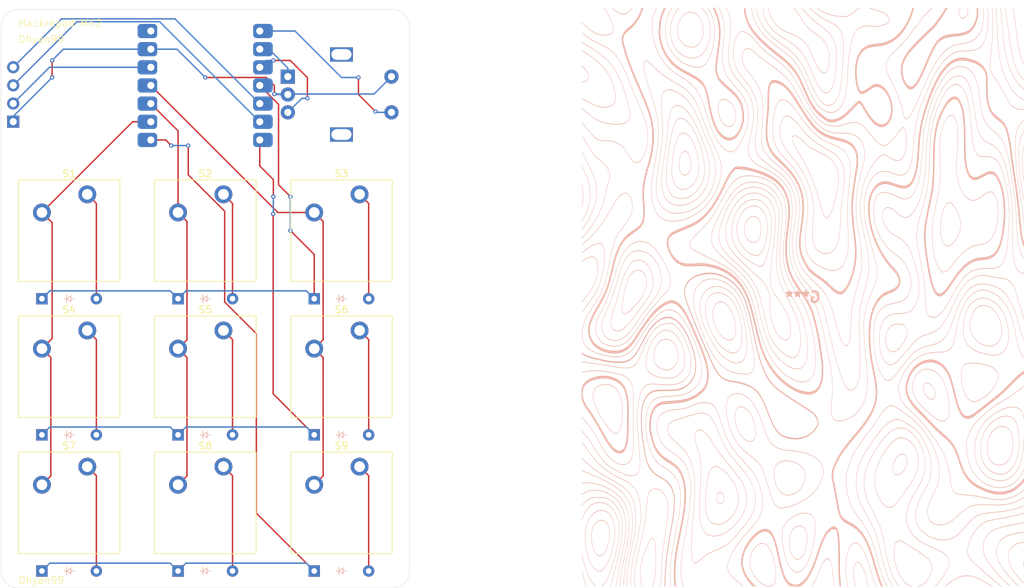
<source format=kicad_pcb>
(kicad_pcb (version 20240108) (generator "pcbnew") (generator_version "8.0")
  (layers (0 "F.Cu" signal) (31 "B.Cu" signal) (34 "B.Paste" user) (35 "F.Paste" user) (36 "B.SilkS" user "B.Silkscreen") (37 "F.SilkS" user "F.Silkscreen") (38 "B.Mask" user) (39 "F.Mask" user) (44 "Edge.Cuts" user))
  (net 0 "")
  (net 1 "Net-(D1-A)")
  (net 2 "Row 0")
  (net 3 "Net-(D2-A)")
  (net 4 "Net-(D3-A)")
  (net 5 "Net-(D5-A)")
  (net 6 "Row 1")
  (net 7 "Net-(D6-A)")
  (net 8 "Net-(D7-A)")
  (net 9 "Row 2")
  (net 10 "Net-(D9-A)")
  (net 11 "Net-(D10-A)")
  (net 12 "Net-(D11-A)")
  (net 13 "SCL")
  (net 14 "GND")
  (net 15 "+3V3R")
  (net 16 "SDA")
  (net 17 "Col 0")
  (net 18 "Col 1")
  (net 19 "Col 2")
  (net 20 "BTN")
  (net 21 "ROTATE-B")
  (net 22 "ROTATE-A")
  (footprint "ScottoKeebs_MX:MX_PCB_1.00u" (layer "F.Cu") (at 68.356 153.88235)
    (property "Reference" "S7" (at 0 -8 0) (layer "F.SilkS"))
    (property "Value" "Keyswitch")
    (pad "" np_thru_hole circle (at -5.08 0) (size 1.75 1.75) (drill 1.75) (layers "*.Cu" "*.Mask"))
    (pad "" np_thru_hole circle (at 0 0) (size 4 4) (drill 4) (layers "*.Cu" "*.Mask"))
    (pad "" np_thru_hole circle (at 5.08 0) (size 1.75 1.75) (drill 1.75) (layers "*.Cu" "*.Mask"))
    (pad "1" thru_hole circle (at -3.81 -2.54) (size 2.5 2.5) (drill 1.5) (layers "*.Cu" "*.Mask") (net 17 "Col 0"))
    (pad "2" thru_hole circle (at 2.54 -5.08) (size 2.5 2.5) (drill 1.5) (layers "*.Cu" "*.Mask") (net 10 "Net-(D9-A)"))
  )
  (footprint "ScottoKeebs_MX:MX_PCB_1.00u" (layer "F.Cu") (at 106.456 115.78235)
    (property "Reference" "S3" (at 0 -8 0) (layer "F.SilkS"))
    (property "Value" "Keyswitch")
    (pad "" np_thru_hole circle (at -5.08 0) (size 1.75 1.75) (drill 1.75) (layers "*.Cu" "*.Mask"))
    (pad "" np_thru_hole circle (at 0 0) (size 4 4) (drill 4) (layers "*.Cu" "*.Mask"))
    (pad "" np_thru_hole circle (at 5.08 0) (size 1.75 1.75) (drill 1.75) (layers "*.Cu" "*.Mask"))
    (pad "1" thru_hole circle (at -3.81 -2.54) (size 2.5 2.5) (drill 1.5) (layers "*.Cu" "*.Mask") (net 19 "Col 2"))
    (pad "2" thru_hole circle (at 2.54 -5.08) (size 2.5 2.5) (drill 1.5) (layers "*.Cu" "*.Mask") (net 4 "Net-(D3-A)"))
  )
  (footprint "ScottoKeebs_MX:MX_PCB_1.00u" (layer "F.Cu") (at 87.406 115.78235)
    (property "Reference" "S2" (at 0 -8 0) (layer "F.SilkS"))
    (property "Value" "Keyswitch")
    (pad "" np_thru_hole circle (at -5.08 0) (size 1.75 1.75) (drill 1.75) (layers "*.Cu" "*.Mask"))
    (pad "" np_thru_hole circle (at 0 0) (size 4 4) (drill 4) (layers "*.Cu" "*.Mask"))
    (pad "" np_thru_hole circle (at 5.08 0) (size 1.75 1.75) (drill 1.75) (layers "*.Cu" "*.Mask"))
    (pad "1" thru_hole circle (at -3.81 -2.54) (size 2.5 2.5) (drill 1.5) (layers "*.Cu" "*.Mask") (net 18 "Col 1"))
    (pad "2" thru_hole circle (at 2.54 -5.08) (size 2.5 2.5) (drill 1.5) (layers "*.Cu" "*.Mask") (net 3 "Net-(D2-A)"))
  )
  (footprint "ScottoKeebs_MX:MX_PCB_1.00u" (layer "F.Cu") (at 106.456 153.88235)
    (property "Reference" "S9" (at 0 -8 0) (layer "F.SilkS"))
    (property "Value" "Keyswitch")
    (pad "" np_thru_hole circle (at -5.08 0) (size 1.75 1.75) (drill 1.75) (layers "*.Cu" "*.Mask"))
    (pad "" np_thru_hole circle (at 0 0) (size 4 4) (drill 4) (layers "*.Cu" "*.Mask"))
    (pad "" np_thru_hole circle (at 5.08 0) (size 1.75 1.75) (drill 1.75) (layers "*.Cu" "*.Mask"))
    (pad "1" thru_hole circle (at -3.81 -2.54) (size 2.5 2.5) (drill 1.5) (layers "*.Cu" "*.Mask") (net 19 "Col 2"))
    (pad "2" thru_hole circle (at 2.54 -5.08) (size 2.5 2.5) (drill 1.5) (layers "*.Cu" "*.Mask") (net 12 "Net-(D11-A)"))
  )
  (footprint "ScottoKeebs_Components:OLED_128x32" (layer "F.Cu") (at 58.931 90.73235)
    (property "Reference" "J1" (hide yes))
    (property "Value" "OLED_128x32")
    (pad "1" thru_hole rect (at 1.6 9.8 180) (size 1.7 1.7) (drill 1) (layers "*.Cu" "*.Mask") (net 14 "GND"))
    (pad "2" thru_hole oval (at 1.6 7.26 180) (size 1.7 1.7) (drill 1) (layers "*.Cu" "*.Mask") (net 15 "+3V3R"))
    (pad "3" thru_hole oval (at 1.6 4.72 180) (size 1.7 1.7) (drill 1) (layers "*.Cu" "*.Mask") (net 13 "SCL"))
    (pad "4" thru_hole oval (at 1.6 2.18 180) (size 1.7 1.7) (drill 1) (layers "*.Cu" "*.Mask") (net 16 "SDA"))
  )
  (footprint "ScottoKeebs_MX:MX_PCB_1.00u" (layer "F.Cu") (at 87.406 153.88235)
    (property "Reference" "S8" (at 0 -8 0) (layer "F.SilkS"))
    (property "Value" "Keyswitch")
    (pad "" np_thru_hole circle (at -5.08 0) (size 1.75 1.75) (drill 1.75) (layers "*.Cu" "*.Mask"))
    (pad "" np_thru_hole circle (at 0 0) (size 4 4) (drill 4) (layers "*.Cu" "*.Mask"))
    (pad "" np_thru_hole circle (at 5.08 0) (size 1.75 1.75) (drill 1.75) (layers "*.Cu" "*.Mask"))
    (pad "1" thru_hole circle (at -3.81 -2.54) (size 2.5 2.5) (drill 1.5) (layers "*.Cu" "*.Mask") (net 18 "Col 1"))
    (pad "2" thru_hole circle (at 2.54 -5.08) (size 2.5 2.5) (drill 1.5) (layers "*.Cu" "*.Mask") (net 11 "Net-(D10-A)"))
  )
  (footprint "ScottoKeebs_Scotto:Encoder_EC11_MX" (layer "F.Cu") (at 106.456 96.73235)
    (property "Reference" "SW1" (hide yes))
    (property "Value" "RotaryEncoder_Switch" (hide yes))
    (pad "A" thru_hole rect (at -7.5 -2.5) (size 2 2) (drill 1) (layers "*.Cu" "*.Mask") (net 22 "ROTATE-A"))
    (pad "B" thru_hole circle (at -7.5 2.5) (size 2 2) (drill 1) (layers "*.Cu" "*.Mask") (net 21 "ROTATE-B"))
    (pad "C" thru_hole circle (at -7.5 0) (size 2 2) (drill 1) (layers "*.Cu" "*.Mask") (net 14 "GND"))
    (pad "MP" thru_hole rect (at 0 -5.6) (size 3.2 2) (drill oval 2.8 1.5) (layers "*.Cu" "*.Mask"))
    (pad "MP" thru_hole rect (at 0 5.6) (size 3.2 2) (drill oval 2.8 1.5) (layers "*.Cu" "*.Mask"))
    (pad "S1" thru_hole circle (at 7 2.5) (size 2 2) (drill 1) (layers "*.Cu" "*.Mask") (net 20 "BTN"))
    (pad "S2" thru_hole circle (at 7 -2.5) (size 2 2) (drill 1) (layers "*.Cu" "*.Mask") (net 14 "GND"))
  )
  (footprint "ScottoKeebs_MX:MX_PCB_1.00u" (layer "F.Cu") (at 68.356 115.78235)
    (property "Reference" "S1" (at 0 -8 0) (layer "F.SilkS"))
    (property "Value" "Keyswitch")
    (pad "" np_thru_hole circle (at -5.08 0) (size 1.75 1.75) (drill 1.75) (layers "*.Cu" "*.Mask"))
    (pad "" np_thru_hole circle (at 0 0) (size 4 4) (drill 4) (layers "*.Cu" "*.Mask"))
    (pad "" np_thru_hole circle (at 5.08 0) (size 1.75 1.75) (drill 1.75) (layers "*.Cu" "*.Mask"))
    (pad "1" thru_hole circle (at -3.81 -2.54) (size 2.5 2.5) (drill 1.5) (layers "*.Cu" "*.Mask") (net 17 "Col 0"))
    (pad "2" thru_hole circle (at 2.54 -5.08) (size 2.5 2.5) (drill 1.5) (layers "*.Cu" "*.Mask") (net 1 "Net-(D1-A)"))
  )
  (footprint "ScottoKeebs_MX:MX_PCB_1.00u" (layer "F.Cu") (at 106.456 134.83235)
    (property "Reference" "S6" (at 0 -8 0) (layer "F.SilkS"))
    (property "Value" "Keyswitch")
    (pad "" np_thru_hole circle (at -5.08 0) (size 1.75 1.75) (drill 1.75) (layers "*.Cu" "*.Mask"))
    (pad "" np_thru_hole circle (at 0 0) (size 4 4) (drill 4) (layers "*.Cu" "*.Mask"))
    (pad "" np_thru_hole circle (at 5.08 0) (size 1.75 1.75) (drill 1.75) (layers "*.Cu" "*.Mask"))
    (pad "1" thru_hole circle (at -3.81 -2.54) (size 2.5 2.5) (drill 1.5) (layers "*.Cu" "*.Mask") (net 19 "Col 2"))
    (pad "2" thru_hole circle (at 2.54 -5.08) (size 2.5 2.5) (drill 1.5) (layers "*.Cu" "*.Mask") (net 8 "Net-(D7-A)"))
  )
  (footprint "ScottoKeebs_MX:MX_PCB_1.00u" (layer "F.Cu") (at 87.406 134.83235)
    (property "Reference" "S5" (at 0 -8 0) (layer "F.SilkS"))
    (property "Value" "Keyswitch")
    (pad "" np_thru_hole circle (at -5.08 0) (size 1.75 1.75) (drill 1.75) (layers "*.Cu" "*.Mask"))
    (pad "" np_thru_hole circle (at 0 0) (size 4 4) (drill 4) (layers "*.Cu" "*.Mask"))
    (pad "" np_thru_hole circle (at 5.08 0) (size 1.75 1.75) (drill 1.75) (layers "*.Cu" "*.Mask"))
    (pad "1" thru_hole circle (at -3.81 -2.54) (size 2.5 2.5) (drill 1.5) (layers "*.Cu" "*.Mask") (net 18 "Col 1"))
    (pad "2" thru_hole circle (at 2.54 -5.08) (size 2.5 2.5) (drill 1.5) (layers "*.Cu" "*.Mask") (net 7 "Net-(D6-A)"))
  )
  (footprint "ScottoKeebs_MX:MX_PCB_1.00u" (layer "F.Cu") (at 68.356 134.83235)
    (property "Reference" "S4" (at 0 -8 0) (layer "F.SilkS"))
    (property "Value" "Keyswitch")
    (pad "" np_thru_hole circle (at -5.08 0) (size 1.75 1.75) (drill 1.75) (layers "*.Cu" "*.Mask"))
    (pad "" np_thru_hole circle (at 0 0) (size 4 4) (drill 4) (layers "*.Cu" "*.Mask"))
    (pad "" np_thru_hole circle (at 5.08 0) (size 1.75 1.75) (drill 1.75) (layers "*.Cu" "*.Mask"))
    (pad "1" thru_hole circle (at -3.81 -2.54) (size 2.5 2.5) (drill 1.5) (layers "*.Cu" "*.Mask") (net 17 "Col 0"))
    (pad "2" thru_hole circle (at 2.54 -5.08) (size 2.5 2.5) (drill 1.5) (layers "*.Cu" "*.Mask") (net 5 "Net-(D5-A)"))
  )
  (footprint "LOGO" (layer "B.Cu") (at 171.0228 125.08915 180)
    (property "Reference" "G***" (at 0 0 0) (layer "B.SilkS") (effects (font (size 1.5 1.5) (thickness 0.3)) (justify mirror)))
    (property "Value" "LOGO" (hide yes))
  )
  (footprint "ScottoKeebs_Components:Diode_DO-35" (layer "B.Cu") (at 83.596 144.35735)
    (property "Reference" "D6" (hide yes))
    (property "Value" "Diode" (hide yes))
    (pad "1" thru_hole rect (at 0 0) (size 1.6 1.6) (drill 0.8) (layers "*.Cu" "*.Mask") (net 6 "Row 1"))
    (pad "2" thru_hole oval (at 7.62 0) (size 1.6 1.6) (drill 0.8) (layers "*.Cu" "*.Mask") (net 7 "Net-(D6-A)"))
  )
  (footprint "ScottoKeebs_Components:Diode_DO-35" (layer "B.Cu") (at 64.546 125.30735)
    (property "Reference" "D1" (hide yes))
    (property "Value" "Diode" (hide yes))
    (pad "1" thru_hole rect (at 0 0) (size 1.6 1.6) (drill 0.8) (layers "*.Cu" "*.Mask") (net 2 "Row 0"))
    (pad "2" thru_hole oval (at 7.62 0) (size 1.6 1.6) (drill 0.8) (layers "*.Cu" "*.Mask") (net 1 "Net-(D1-A)"))
  )
  (footprint "ScottoKeebs_MCU:Seeed_XIAO_RP2040" (layer "B.Cu") (at 87.406 95.46985 180)
    (property "Reference" "U1" (hide yes))
    (property "Value" "MCU_Seeed_XIAO_RP2040")
    (pad "1" smd roundrect (at -8.065 7.62 180) (size 2.75 2) (layers "B.Cu" "B.Paste" "B.Mask") (net 20 "BTN"))
    (pad "1" thru_hole rect (at -7.62 7.62 90) (size 1.6 1.6) (drill 1) (layers "*.Cu" "*.Mask") (net 20 "BTN"))
    (pad "2" smd roundrect (at -8.065 5.08 180) (size 2.75 2) (layers "B.Cu" "B.Paste" "B.Mask") (net 22 "ROTATE-A"))
    (pad "2" thru_hole circle (at -7.62 5.08 90) (size 1.6 1.6) (drill 1) (layers "*.Cu" "*.Mask") (net 22 "ROTATE-A"))
    (pad "3" smd roundrect (at -8.065 2.54 180) (size 2.75 2) (layers "B.Cu" "B.Paste" "B.Mask") (net 21 "ROTATE-B"))
    (pad "3" thru_hole circle (at -7.62 2.54 90) (size 1.6 1.6) (drill 1) (layers "*.Cu" "*.Mask") (net 21 "ROTATE-B"))
    (pad "4" smd roundrect (at -8.065 0 180) (size 2.75 2) (layers "B.Cu" "B.Paste" "B.Mask") (net 2 "Row 0"))
    (pad "4" thru_hole circle (at -7.62 0 90) (size 1.6 1.6) (drill 1) (layers "*.Cu" "*.Mask") (net 2 "Row 0"))
    (pad "5" smd roundrect (at -8.065 -2.54 180) (size 2.75 2) (layers "B.Cu" "B.Paste" "B.Mask") (net 16 "SDA"))
    (pad "5" thru_hole circle (at -7.62 -2.54 90) (size 1.6 1.6) (drill 1) (layers "*.Cu" "*.Mask") (net 16 "SDA"))
    (pad "6" smd roundrect (at -8.065 -5.08 180) (size 2.75 2) (layers "B.Cu" "B.Paste" "B.Mask") (net 13 "SCL"))
    (pad "6" thru_hole circle (at -7.62 -5.08 90) (size 1.6 1.6) (drill 1) (layers "*.Cu" "*.Mask") (net 13 "SCL"))
    (pad "7" smd roundrect (at -8.065 -7.62 180) (size 2.75 2) (layers "B.Cu" "B.Paste" "B.Mask") (net 6 "Row 1"))
    (pad "7" thru_hole circle (at -7.62 -7.62 90) (size 1.6 1.6) (drill 1) (layers "*.Cu" "*.Mask") (net 6 "Row 1"))
    (pad "8" thru_hole circle (at 7.62 -7.62 90) (size 1.6 1.6) (drill 1) (layers "*.Cu" "*.Mask") (net 9 "Row 2"))
    (pad "8" smd roundrect (at 8.1 -7.62 180) (size 2.75 2) (layers "B.Cu" "B.Paste" "B.Mask") (net 9 "Row 2"))
    (pad "9" thru_hole circle (at 7.62 -5.08 90) (size 1.6 1.6) (drill 1) (layers "*.Cu" "*.Mask") (net 17 "Col 0"))
    (pad "9" smd roundrect (at 8.1 -5.08 180) (size 2.75 2) (layers "B.Cu" "B.Paste" "B.Mask") (net 17 "Col 0"))
    (pad "10" thru_hole circle (at 7.62 -2.54 90) (size 1.6 1.6) (drill 1) (layers "*.Cu" "*.Mask") (net 18 "Col 1"))
    (pad "10" smd roundrect (at 8.1 -2.54 180) (size 2.75 2) (layers "B.Cu" "B.Paste" "B.Mask") (net 18 "Col 1"))
    (pad "11" thru_hole circle (at 7.62 0 90) (size 1.6 1.6) (drill 1) (layers "*.Cu" "*.Mask") (net 19 "Col 2"))
    (pad "11" smd roundrect (at 8.1 0 180) (size 2.75 2) (layers "B.Cu" "B.Paste" "B.Mask") (net 19 "Col 2"))
    (pad "12" thru_hole circle (at 7.62 2.54 90) (size 1.6 1.6) (drill 1) (layers "*.Cu" "*.Mask") (net 15 "+3V3R"))
    (pad "12" smd roundrect (at 8.1 2.54 180) (size 2.75 2) (layers "B.Cu" "B.Paste" "B.Mask") (net 15 "+3V3R"))
    (pad "13" thru_hole circle (at 7.62 5.08 90) (size 1.6 1.6) (drill 1) (layers "*.Cu" "*.Mask") (net 14 "GND"))
    (pad "13" smd roundrect (at 8.1 5.08 180) (size 2.75 2) (layers "B.Cu" "B.Paste" "B.Mask") (net 14 "GND"))
    (pad "14" thru_hole circle (at 7.62 7.62 90) (size 1.6 1.6) (drill 1) (layers "*.Cu" "*.Mask"))
    (pad "14" smd roundrect (at 8.1 7.62 180) (size 2.75 2) (layers "B.Cu" "B.Paste" "B.Mask"))
  )
  (footprint "ScottoKeebs_Components:Diode_DO-35" (layer "B.Cu") (at 102.646 144.35735)
    (property "Reference" "D7" (hide yes))
    (property "Value" "Diode" (hide yes))
    (pad "1" thru_hole rect (at 0 0) (size 1.6 1.6) (drill 0.8) (layers "*.Cu" "*.Mask") (net 6 "Row 1"))
    (pad "2" thru_hole oval (at 7.62 0) (size 1.6 1.6) (drill 0.8) (layers "*.Cu" "*.Mask") (net 8 "Net-(D7-A)"))
  )
  (footprint "ScottoKeebs_Components:Diode_DO-35" (layer "B.Cu") (at 64.546 144.35735)
    (property "Reference" "D5" (hide yes))
    (property "Value" "Diode" (hide yes))
    (pad "1" thru_hole rect (at 0 0) (size 1.6 1.6) (drill 0.8) (layers "*.Cu" "*.Mask") (net 6 "Row 1"))
    (pad "2" thru_hole oval (at 7.62 0) (size 1.6 1.6) (drill 0.8) (layers "*.Cu" "*.Mask") (net 5 "Net-(D5-A)"))
  )
  (footprint "ScottoKeebs_Components:Diode_DO-35" (layer "B.Cu") (at 64.546 163.40735)
    (property "Reference" "D9" (hide yes))
    (property "Value" "Diode" (hide yes))
    (pad "1" thru_hole rect (at 0 0) (size 1.6 1.6) (drill 0.8) (layers "*.Cu" "*.Mask") (net 9 "Row 2"))
    (pad "2" thru_hole oval (at 7.62 0) (size 1.6 1.6) (drill 0.8) (layers "*.Cu" "*.Mask") (net 10 "Net-(D9-A)"))
  )
  (footprint "ScottoKeebs_Components:Diode_DO-35" (layer "B.Cu") (at 102.646 163.40735)
    (property "Reference" "D11" (hide yes))
    (property "Value" "Diode" (hide yes))
    (pad "1" thru_hole rect (at 0 0) (size 1.6 1.6) (drill 0.8) (layers "*.Cu" "*.Mask") (net 9 "Row 2"))
    (pad "2" thru_hole oval (at 7.62 0) (size 1.6 1.6) (drill 0.8) (layers "*.Cu" "*.Mask") (net 12 "Net-(D11-A)"))
  )
  (footprint "ScottoKeebs_Components:Diode_DO-35" (layer "B.Cu") (at 83.596 125.30735)
    (property "Reference" "D2" (hide yes))
    (property "Value" "Diode" (hide yes))
    (pad "1" thru_hole rect (at 0 0) (size 1.6 1.6) (drill 0.8) (layers "*.Cu" "*.Mask") (net 2 "Row 0"))
    (pad "2" thru_hole oval (at 7.62 0) (size 1.6 1.6) (drill 0.8) (layers "*.Cu" "*.Mask") (net 3 "Net-(D2-A)"))
  )
  (footprint "ScottoKeebs_Components:Diode_DO-35" (layer "B.Cu") (at 102.646 125.30735)
    (property "Reference" "D3" (hide yes))
    (property "Value" "Diode" (hide yes))
    (pad "1" thru_hole rect (at 0 0) (size 1.6 1.6) (drill 0.8) (layers "*.Cu" "*.Mask") (net 2 "Row 0"))
    (pad "2" thru_hole oval (at 7.62 0) (size 1.6 1.6) (drill 0.8) (layers "*.Cu" "*.Mask") (net 4 "Net-(D3-A)"))
  )
  (footprint "ScottoKeebs_Components:Diode_DO-35" (layer "B.Cu") (at 83.596 163.40735)
    (property "Reference" "D10" (hide yes))
    (property "Value" "Diode" (hide yes))
    (pad "1" thru_hole rect (at 0 0) (size 1.6 1.6) (drill 0.8) (layers "*.Cu" "*.Mask") (net 9 "Row 2"))
    (pad "2" thru_hole oval (at 7.62 0) (size 1.6 1.6) (drill 0.8) (layers "*.Cu" "*.Mask") (net 11 "Net-(D10-A)"))
  )
  (gr_line (start 61.21225 84.8261) (end 113.59975 84.8261) (stroke (width 0.05)) (layer "Edge.Cuts"))
  (gr_arc (start 61.21225 165.7886) (mid 59.528452 165.091148) (end 58.831 163.40735) (stroke (width 0.05)) (layer "Edge.Cuts"))
  (gr_arc (start 58.831 87.20735) (mid 59.528452 85.523552) (end 61.21225 84.8261) (stroke (width 0.05)) (layer "Edge.Cuts"))
  (gr_arc (start 115.981 163.40735) (mid 115.283548 165.091148) (end 113.59975 165.7886) (stroke (width 0.05)) (layer "Edge.Cuts"))
  (gr_line (start 113.59975 165.7886) (end 61.21225 165.7886) (stroke (width 0.05)) (layer "Edge.Cuts"))
  (gr_line (start 115.981 87.20735) (end 115.981 163.40735) (stroke (width 0.05)) (layer "Edge.Cuts"))
  (gr_arc (start 113.59975 84.8261) (mid 115.283548 85.523552) (end 115.981 87.20735) (stroke (width 0.05)) (layer "Edge.Cuts"))
  (gr_line (start 58.831 163.40735) (end 58.831 87.20735) (stroke (width 0.05)) (layer "Edge.Cuts"))
  (gr_text "Dhyan99" (at 61.21225 89.5886 0) (layer "F.SilkS") (effects (font (size 1 1) (thickness 0.1)) (justify left bottom)))
  (gr_text "Dhyan99" (at 61.21225 165.28235 0) (layer "F.SilkS") (effects (font (size 1 1) (thickness 0.1)) (justify left bottom)))
  (gr_text "Hackropad MK2" (at 61.21225 87.3511 0) (layer "F.SilkS") (effects (font (size 1 1) (thickness 0.1)) (justify left bottom)))
  (segment (start 72.166 111.97235) (end 70.896 110.70235) (width 0.2) (layer "F.Cu") (net 1))
  (segment (start 72.166 125.30735) (end 72.166 111.97235) (width 0.2) (layer "F.Cu") (net 1))
  (segment (start 97.656 109.3636) (end 97.656 98.09985) (width 0.2) (layer "F.Cu") (net 2))
  (segment (start 97.656 98.09985) (end 95.026 95.46985) (width 0.2) (layer "F.Cu") (net 2))
  (segment (start 99.31225 111.01985) (end 97.656 109.3636) (width 0.2) (layer "F.Cu") (net 2))
  (segment (start 102.646 119.1161) (end 99.31225 115.78235) (width 0.2) (layer "F.Cu") (net 2))
  (segment (start 102.646 125.30735) (end 102.646 119.1161) (width 0.2) (layer "F.Cu") (net 2))
  (via (at 99.31225 115.78235) (size 0.6) (drill 0.3) (layers "F.Cu" "B.Cu") (net 2))
  (via (at 99.31225 111.01985) (size 0.6) (drill 0.3) (layers "F.Cu" "B.Cu") (net 2))
  (segment (start 64.546 125.30735) (end 65.646 124.20735) (width 0.2) (layer "B.Cu") (net 2))
  (segment (start 99.31225 115.78235) (end 99.31225 111.01985) (width 0.2) (layer "B.Cu") (net 2))
  (segment (start 101.546 124.20735) (end 102.646 125.30735) (width 0.2) (layer "B.Cu") (net 2))
  (segment (start 82.496 124.20735) (end 83.596 125.30735) (width 0.2) (layer "B.Cu") (net 2))
  (segment (start 65.646 124.20735) (end 82.496 124.20735) (width 0.2) (layer "B.Cu") (net 2))
  (segment (start 84.696 124.20735) (end 101.546 124.20735) (width 0.2) (layer "B.Cu") (net 2))
  (segment (start 83.596 125.30735) (end 84.696 124.20735) (width 0.2) (layer "B.Cu") (net 2))
  (segment (start 91.216 125.30735) (end 91.216 111.97235) (width 0.2) (layer "F.Cu") (net 3))
  (segment (start 91.216 111.97235) (end 89.946 110.70235) (width 0.2) (layer "F.Cu") (net 3))
  (segment (start 110.266 111.97235) (end 108.996 110.70235) (width 0.2) (layer "F.Cu") (net 4))
  (segment (start 110.266 125.30735) (end 110.266 111.97235) (width 0.2) (layer "F.Cu") (net 4))
  (segment (start 72.166 131.02235) (end 70.896 129.75235) (width 0.2) (layer "F.Cu") (net 5))
  (segment (start 72.166 144.35735) (end 72.166 131.02235) (width 0.2) (layer "F.Cu") (net 5))
  (segment (start 96.89986 138.61121) (end 96.89986 113.43224) (width 0.2) (layer "F.Cu") (net 6))
  (segment (start 96.931 108.6386) (end 95.026 106.7336) (width 0.2) (layer "F.Cu") (net 6))
  (segment (start 95.026 106.7336) (end 95.026 103.08985) (width 0.2) (layer "F.Cu") (net 6))
  (segment (start 102.646 144.35735) (end 96.89986 138.61121) (width 0.2) (layer "F.Cu") (net 6))
  (segment (start 96.931 111.01985) (end 96.931 108.6386) (width 0.2) (layer "F.Cu") (net 6))
  (via (at 96.89986 113.43224) (size 0.6) (drill 0.3) (layers "F.Cu" "B.Cu") (net 6))
  (via (at 96.931 111.01985) (size 0.6) (drill 0.3) (layers "F.Cu" "B.Cu") (net 6))
  (segment (start 96.89986 113.43224) (end 96.931 113.4011) (width 0.2) (layer "B.Cu") (net 6))
  (segment (start 83.596 144.35735) (end 84.696 143.25735) (width 0.2) (layer "B.Cu") (net 6))
  (segment (start 84.696 143.25735) (end 101.546 143.25735) (width 0.2) (layer "B.Cu") (net 6))
  (segment (start 64.546 144.35735) (end 65.646 143.25735) (width 0.2) (layer "B.Cu") (net 6))
  (segment (start 82.496 143.25735) (end 83.596 144.35735) (width 0.2) (layer "B.Cu") (net 6))
  (segment (start 101.546 143.25735) (end 102.646 144.35735) (width 0.2) (layer "B.Cu") (net 6))
  (segment (start 96.931 113.4011) (end 96.931 111.01985) (width 0.2) (layer "B.Cu") (net 6))
  (segment (start 65.646 143.25735) (end 82.496 143.25735) (width 0.2) (layer "B.Cu") (net 6))
  (segment (start 91.216 131.02235) (end 89.946 129.75235) (width 0.2) (layer "F.Cu") (net 7))
  (segment (start 91.216 144.35735) (end 91.216 131.02235) (width 0.2) (layer "F.Cu") (net 7))
  (segment (start 110.266 144.35735) (end 110.266 131.02235) (width 0.2) (layer "F.Cu") (net 8))
  (segment (start 110.266 131.02235) (end 108.996 129.75235) (width 0.2) (layer "F.Cu") (net 8))
  (segment (start 94.54975 130.196735) (end 90.116 125.762985) (width 0.2) (layer "F.Cu") (net 9))
  (segment (start 81.85725 103.08985) (end 79.786 103.08985) (width 0.2) (layer "F.Cu") (net 9))
  (segment (start 94.54975 155.3111) (end 94.54975 130.196735) (width 0.2) (layer "F.Cu") (net 9))
  (segment (start 102.646 163.40735) (end 94.54975 155.3111) (width 0.2) (layer "F.Cu") (net 9))
  (segment (start 82.6435 103.8761) (end 81.85725 103.08985) (width 0.2) (layer "F.Cu") (net 9))
  (segment (start 85.02475 107.973132) (end 85.02475 103.8761) (width 0.2) (layer "F.Cu") (net 9))
  (segment (start 90.116 125.762985) (end 90.116 113.064382) (width 0.2) (layer "F.Cu") (net 9))
  (segment (start 90.116 113.064382) (end 85.02475 107.973132) (width 0.2) (layer "F.Cu") (net 9))
  (via (at 82.6435 103.8761) (size 0.6) (drill 0.3) (layers "F.Cu" "B.Cu") (net 9))
  (via (at 85.02475 103.8761) (size 0.6) (drill 0.3) (layers "F.Cu" "B.Cu") (net 9))
  (segment (start 83.596 163.40735) (end 84.696 162.30735) (width 0.2) (layer "B.Cu") (net 9))
  (segment (start 64.546 163.40735) (end 65.646 162.30735) (width 0.2) (layer "B.Cu") (net 9))
  (segment (start 101.546 162.30735) (end 102.646 163.40735) (width 0.2) (layer "B.Cu") (net 9))
  (segment (start 82.496 162.30735) (end 83.596 163.40735) (width 0.2) (layer "B.Cu") (net 9))
  (segment (start 85.02475 103.8761) (end 82.6435 103.8761) (width 0.2) (layer "B.Cu") (net 9))
  (segment (start 84.696 162.30735) (end 101.546 162.30735) (width 0.2) (layer "B.Cu") (net 9))
  (segment (start 65.646 162.30735) (end 82.496 162.30735) (width 0.2) (layer "B.Cu") (net 9))
  (segment (start 72.166 163.40735) (end 72.166 150.07235) (width 0.2) (layer "F.Cu") (net 10))
  (segment (start 72.166 150.07235) (end 70.896 148.80235) (width 0.2) (layer "F.Cu") (net 10))
  (segment (start 91.216 163.40735) (end 91.216 150.07235) (width 0.2) (layer "F.Cu") (net 11))
  (segment (start 91.216 150.07235) (end 89.946 148.80235) (width 0.2) (layer "F.Cu") (net 11))
  (segment (start 110.266 163.40735) (end 110.266 150.07235) (width 0.2) (layer "F.Cu") (net 12))
  (segment (start 110.266 150.07235) (end 108.996 148.80235) (width 0.2) (layer "F.Cu") (net 12))
  (segment (start 69.4335 86.54985) (end 81.026 86.54985) (width 0.2) (layer "B.Cu") (net 13))
  (segment (start 81.026 86.54985) (end 95.026 100.54985) (width 0.2) (layer "B.Cu") (net 13))
  (segment (start 60.531 95.45235) (end 69.4335 86.54985) (width 0.2) (layer "B.Cu") (net 13))
  (segment (start 97.070932 96.665809) (end 97.070932 95.508804) (width 0.2) (layer "F.Cu") (net 14))
  (segment (start 95.913228 94.3511) (end 87.406 94.3511) (width 0.2) (layer "F.Cu") (net 14))
  (segment (start 65.97475 94.3511) (end 65.97475 91.96985) (width 0.2) (layer "F.Cu") (net 14))
  (segment (start 97.070932 95.508804) (end 95.913228 94.3511) (width 0.2) (layer "F.Cu") (net 14))
  (via (at 65.97475 91.96985) (size 0.6) (drill 0.3) (layers "F.Cu" "B.Cu") (net 14))
  (via (at 97.070932 96.665809) (size 0.6) (drill 0.3) (layers "F.Cu" "B.Cu") (net 14))
  (via (at 97.070932 96.665809) (size 0.6) (drill 0.3) (layers "F.Cu" "B.Cu") (net 14))
  (via (at 65.97475 94.3511) (size 0.6) (drill 0.3) (layers "F.Cu" "B.Cu") (net 14))
  (via (at 87.406 94.3511) (size 0.6) (drill 0.3) (layers "F.Cu" "B.Cu") (net 14))
  (segment (start 111.022541 96.665809) (end 97.070932 96.665809) (width 0.2) (layer "B.Cu") (net 14))
  (segment (start 98.956 96.73235) (end 97.137473 96.73235) (width 0.2) (layer "B.Cu") (net 14))
  (segment (start 83.44475 90.38985) (end 79.786 90.38985) (width 0.2) (layer "B.Cu") (net 14))
  (segment (start 113.456 94.23235) (end 111.022541 96.665809) (width 0.2) (layer "B.Cu") (net 14))
  (segment (start 87.406 94.3511) (end 83.44475 90.38985) (width 0.2) (layer "B.Cu") (net 14))
  (segment (start 60.531 100.53235) (end 60.531 99.79485) (width 0.2) (layer "B.Cu") (net 14))
  (segment (start 97.137473 96.73235) (end 97.070932 96.665809) (width 0.2) (layer "B.Cu") (net 14))
  (segment (start 60.531 99.79485) (end 65.97475 94.3511) (width 0.2) (layer "B.Cu") (net 14))
  (segment (start 67.55475 90.38985) (end 79.786 90.38985) (width 0.2) (layer "B.Cu") (net 14))
  (segment (start 65.97475 91.96985) (end 67.55475 90.38985) (width 0.2) (layer "B.Cu") (net 14))
  (segment (start 60.531 97.99235) (end 65.5935 92.92985) (width 0.2) (layer "B.Cu") (net 15))
  (segment (start 65.5935 92.92985) (end 79.786 92.92985) (width 0.2) (layer "B.Cu") (net 15))
  (segment (start 67.2935 86.14985) (end 83.166 86.14985) (width 0.2) (layer "B.Cu") (net 16))
  (segment (start 60.531 92.91235) (end 67.2935 86.14985) (width 0.2) (layer "B.Cu") (net 16))
  (segment (start 83.166 86.14985) (end 95.026 98.00985) (width 0.2) (layer "B.Cu") (net 16))
  (segment (start 64.546 113.24235) (end 65.97475 114.6711) (width 0.2) (layer "F.Cu") (net 17))
  (segment (start 64.546 132.29235) (end 65.795999 133.542349) (width 0.2) (layer "F.Cu") (net 17))
  (segment (start 64.546 113.24235) (end 77.2385 100.54985) (width 0.2) (layer "F.Cu") (net 17))
  (segment (start 65.97475 130.8636) (end 64.546 132.29235) (width 0.2) (layer "F.Cu") (net 17))
  (segment (start 77.2385 100.54985) (end 79.786 100.54985) (width 0.2) (layer "F.Cu") (net 17))
  (segment (start 65.795999 133.542349) (end 65.795999 150.092351) (width 0.2) (layer "F.Cu") (net 17))
  (segment (start 65.795999 150.092351) (end 64.546 151.34235) (width 0.2) (layer "F.Cu") (net 17))
  (segment (start 65.97475 114.6711) (end 65.97475 130.8636) (width 0.2) (layer "F.Cu") (net 17))
  (segment (start 84.845999 131.042351) (end 83.596 132.29235) (width 0.2) (layer "F.Cu") (net 18))
  (segment (start 83.596 113.24235) (end 84.845999 114.492349) (width 0.2) (layer "F.Cu") (net 18))
  (segment (start 84.845999 150.092351) (end 83.596 151.34235) (width 0.2) (layer "F.Cu") (net 18))
  (segment (start 84.845999 133.542349) (end 84.845999 150.092351) (width 0.2) (layer "F.Cu") (net 18))
  (segment (start 83.596 132.29235) (end 84.845999 133.542349) (width 0.2) (layer "F.Cu") (net 18))
  (segment (start 84.845999 114.492349) (end 84.845999 131.042351) (width 0.2) (layer "F.Cu") (net 18))
  (segment (start 83.596 101.81985) (end 79.786 98.00985) (width 0.2) (layer "F.Cu") (net 18))
  (segment (start 83.596 113.24235) (end 83.596 101.81985) (width 0.2) (layer "F.Cu") (net 18))
  (segment (start 102.646 132.29235) (end 103.895999 133.542349) (width 0.2) (layer "F.Cu") (net 19))
  (segment (start 102.646 113.24235) (end 103.895999 114.492349) (width 0.2) (layer "F.Cu") (net 19))
  (segment (start 103.895999 133.542349) (end 103.895999 150.092351) (width 0.2) (layer "F.Cu") (net 19))
  (segment (start 103.895999 114.492349) (end 103.895999 131.042351) (width 0.2) (layer "F.Cu") (net 19))
  (segment (start 102.646 113.24235) (end 97.5585 113.24235) (width 0.2) (layer "F.Cu") (net 19))
  (segment (start 97.5585 113.24235) (end 79.786 95.46985) (width 0.2) (layer "F.Cu") (net 19))
  (segment (start 103.895999 150.092351) (end 102.646 151.34235) (width 0.2) (layer "F.Cu") (net 19))
  (segment (start 103.895999 131.042351) (end 102.646 132.29235) (width 0.2) (layer "F.Cu") (net 19))
  (segment (start 108.83725 96.73235) (end 108.83725 94.3511) (width 0.2) (layer "F.Cu") (net 20))
  (segment (start 111.2185 99.1136) (end 108.83725 96.73235) (width 0.2) (layer "F.Cu") (net 20))
  (via (at 111.2185 99.1136) (size 0.6) (drill 0.3) (layers "F.Cu" "B.Cu") (net 20))
  (via (at 108.83725 94.3511) (size 0.6) (drill 0.3) (layers "F.Cu" "B.Cu") (net 20))
  (segment (start 111.33725 99.23235) (end 111.2185 99.1136) (width 0.2) (layer "B.Cu") (net 20))
  (segment (start 106.456 94.3511) (end 99.95475 87.84985) (width 0.2) (layer "B.Cu") (net 20))
  (segment (start 108.83725 94.3511) (end 106.456 94.3511) (width 0.2) (layer "B.Cu") (net 20))
  (segment (start 113.456 99.23235) (end 111.33725 99.23235) (width 0.2) (layer "B.Cu") (net 20))
  (segment (start 99.95475 87.84985) (end 95.026 87.84985) (width 0.2) (layer "B.Cu") (net 20))
  (segment (start 99.2935 91.96985) (end 96.931 91.96985) (width 0.2) (layer "F.Cu") (net 21))
  (segment (start 101.6935 94.36985) (end 99.2935 91.96985) (width 0.2) (layer "F.Cu") (net 21))
  (segment (start 101.6935 97.265809) (end 101.6935 94.36985) (width 0.2) (layer "F.Cu") (net 21))
  (via (at 96.931 91.96985) (size 0.6) (drill 0.3) (layers "F.Cu" "B.Cu") (net 21))
  (via (at 101.6935 97.265809) (size 0.6) (drill 0.3) (layers "F.Cu" "B.Cu") (net 21))
  (segment (start 96.931 91.96985) (end 95.986 91.96985) (width 0.2) (layer "B.Cu") (net 21))
  (segment (start 100.922541 97.265809) (end 101.6935 97.265809) (width 0.2) (layer "B.Cu") (net 21))
  (segment (start 95.986 91.96985) (end 95.026 92.92985) (width 0.2) (layer "B.Cu") (net 21))
  (segment (start 98.956 99.23235) (end 100.922541 97.265809) (width 0.2) (layer "B.Cu") (net 21))
  (segment (start 98.956 94.23235) (end 98.956 93.03235) (width 0.2) (layer "B.Cu") (net 22))
  (segment (start 96.3135 90.38985) (end 95.026 90.38985) (width 0.2) (layer "B.Cu") (net 22))
  (segment (start 98.956 93.03235) (end 96.3135 90.38985) (width 0.2) (layer "B.Cu") (net 22))
)
</source>
